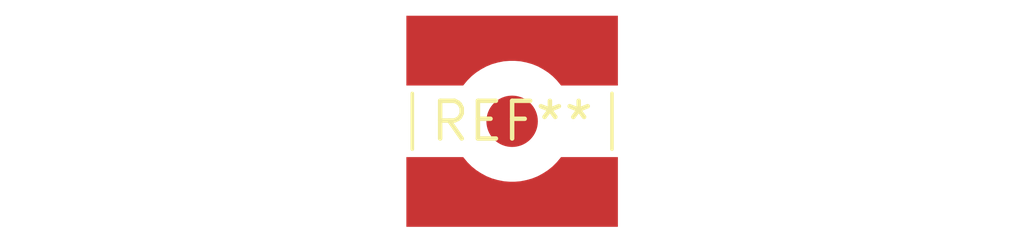
<source format=kicad_pcb>
(kicad_pcb (version 20240108) (generator pcbnew)
  (layers (0 "F.Cu" signal) (31 "B.Cu" signal) (34 "B.Paste" user) (35 "F.Paste" user) (36 "B.SilkS" user "B.Silkscreen") (37 "F.SilkS" user "F.Silkscreen") (38 "B.Mask" user) (39 "F.Mask" user) (44 "Edge.Cuts" user))
  (net 0 "")
  (footprint "SMA_Amphenol_132134-10_Vertical" (layer "F.Cu") (at 0 0)
    (property "Reference" "REF**")
    (property "Value" "SMA_Amphenol_132134-10_Vertical")
    (fp_line (start -3.355 -0.94) (end -3.355 0.94) (layer "F.SilkS") (stroke (width 0.12)))
    (fp_line (start 3.355 -0.94) (end 3.355 0.94) (layer "F.SilkS") (stroke (width 0.12)))
    (pad "1" smd circle (at 0 0 90) (size 1.73 1.73) (layers "F.Cu" "F.Paste" "F.Mask"))
    (pad "2" smd custom (at 0 -2.8 180) (size 7.11 1.51) (layers "F.Cu" "F.Paste" "F.Mask") (options (clearance outline) (anchor rect)) (primitives (gr_poly (pts (xy -1.5 -1.42) (xy -1.36 -1.28) (xy -1.205 -1.155) (xy -1.035 -1.045) (xy -0.86 -0.95) (xy -0.675 -0.875) (xy -0.48 -0.82) (xy -0.28 -0.78) (xy -0.085 -0.765) (xy 0 -0.765) (xy 0 0.755) (xy -3.555 0.755) (xy -3.555 -1.595) (xy -1.645 -1.595)) (width 0) (fill yes)) (gr_poly (pts (xy 3.555 0.755) (xy 0 0.755) (xy 0 -0.765) (xy 0.085 -0.765) (xy 0.28 -0.78) (xy 0.48 -0.82) (xy 0.675 -0.875) (xy 0.86 -0.95) (xy 1.035 -1.045) (xy 1.205 -1.155) (xy 1.36 -1.28) (xy 1.5 -1.42) (xy 1.645 -1.595) (xy 3.555 -1.595)) (width 0) (fill yes))))
    (pad "2" smd custom (at 0 2.8) (size 7.11 1.51) (layers "F.Cu" "F.Paste" "F.Mask") (options (clearance outline) (anchor rect)) (primitives (gr_poly (pts (xy -1.5 -1.42) (xy -1.36 -1.28) (xy -1.205 -1.155) (xy -1.035 -1.045) (xy -0.86 -0.95) (xy -0.675 -0.875) (xy -0.48 -0.82) (xy -0.28 -0.78) (xy -0.085 -0.765) (xy 0 -0.765) (xy 0 0.755) (xy -3.555 0.755) (xy -3.555 -1.595) (xy -1.645 -1.595)) (width 0) (fill yes)) (gr_poly (pts (xy 3.555 0.755) (xy 0 0.755) (xy 0 -0.765) (xy 0.085 -0.765) (xy 0.28 -0.78) (xy 0.48 -0.82) (xy 0.675 -0.875) (xy 0.86 -0.95) (xy 1.035 -1.045) (xy 1.205 -1.155) (xy 1.36 -1.28) (xy 1.5 -1.42) (xy 1.645 -1.595) (xy 3.555 -1.595)) (width 0) (fill yes))))
  )
)
</source>
